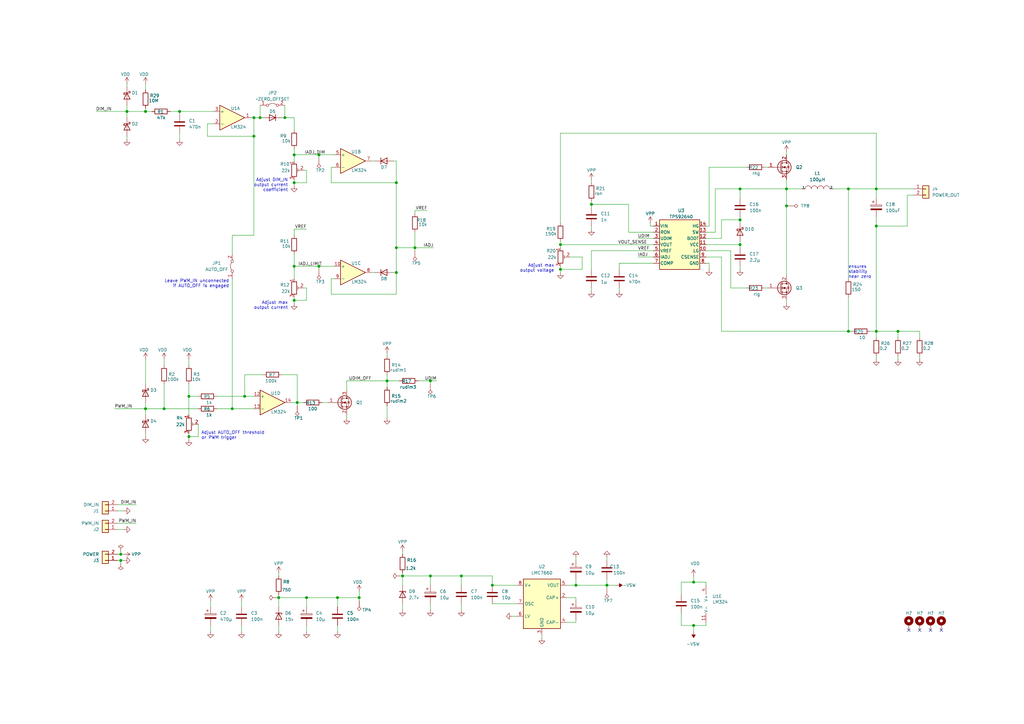
<source format=kicad_sch>
(kicad_sch (version 20210126) (generator eeschema)
  (paper "A3")
  (title_block (title "dimmable_psu"))
  (junction (at 49.53 227.33) (diameter 1.016))
  (junction (at 49.53 229.87) (diameter 1.016))
  (junction (at 52.07 45.72) (diameter 1.016))
  (junction (at 59.69 45.72) (diameter 1.016))
  (junction (at 59.69 167.64) (diameter 1.016))
  (junction (at 67.31 167.64) (diameter 1.016))
  (junction (at 73.66 45.72) (diameter 1.016))
  (junction (at 77.47 162.56) (diameter 1.016))
  (junction (at 77.47 179.07) (diameter 1.016))
  (junction (at 95.25 167.64) (diameter 1.016))
  (junction (at 100.33 162.56) (diameter 1.016))
  (junction (at 104.14 48.26) (diameter 1.016))
  (junction (at 104.14 55.88) (diameter 1.016))
  (junction (at 106.68 48.26) (diameter 1.016))
  (junction (at 114.3 245.11) (diameter 1.016))
  (junction (at 116.84 48.26) (diameter 1.016))
  (junction (at 120.65 63.5) (diameter 1.016))
  (junction (at 120.65 74.93) (diameter 1.016))
  (junction (at 120.65 109.22) (diameter 1.016))
  (junction (at 120.65 123.19) (diameter 1.016))
  (junction (at 121.92 165.1) (diameter 1.016))
  (junction (at 125.73 245.11) (diameter 1.016))
  (junction (at 130.81 63.5) (diameter 1.016))
  (junction (at 130.81 109.22) (diameter 1.016))
  (junction (at 138.43 245.11) (diameter 1.016))
  (junction (at 147.32 245.11) (diameter 1.016))
  (junction (at 158.75 156.21) (diameter 1.016))
  (junction (at 162.56 74.93) (diameter 1.016))
  (junction (at 162.56 101.6) (diameter 1.016))
  (junction (at 162.56 111.76) (diameter 1.016))
  (junction (at 165.1 236.22) (diameter 1.016))
  (junction (at 170.18 101.6) (diameter 1.016))
  (junction (at 176.53 156.21) (diameter 1.016))
  (junction (at 176.53 236.22) (diameter 1.016))
  (junction (at 189.23 236.22) (diameter 1.016))
  (junction (at 201.93 240.03) (diameter 1.016))
  (junction (at 229.87 100.33) (diameter 1.016))
  (junction (at 229.87 110.49) (diameter 1.016))
  (junction (at 236.22 240.03) (diameter 1.016))
  (junction (at 242.57 83.82) (diameter 1.016))
  (junction (at 248.92 240.03) (diameter 1.016))
  (junction (at 284.48 238.76) (diameter 1.016))
  (junction (at 284.48 256.54) (diameter 1.016))
  (junction (at 303.53 77.47) (diameter 1.016))
  (junction (at 303.53 90.17) (diameter 1.016))
  (junction (at 303.53 100.33) (diameter 1.016))
  (junction (at 322.58 77.47) (diameter 1.016))
  (junction (at 322.58 84.455) (diameter 1.016))
  (junction (at 347.98 77.47) (diameter 1.016))
  (junction (at 347.98 135.89) (diameter 1.016))
  (junction (at 359.41 77.47) (diameter 1.016))
  (junction (at 359.41 92.71) (diameter 1.016))
  (junction (at 359.41 135.89) (diameter 1.016))
  (junction (at 368.3 135.89) (diameter 1.016))
  (no_connect (at 372.745 258.445))
  (no_connect (at 377.19 258.445))
  (no_connect (at 381.635 258.445))
  (no_connect (at 386.08 258.445))
  (wire (pts (xy 39.37 45.72) (xy 52.07 45.72)))
  (wire (pts (xy 46.99 167.64) (xy 59.69 167.64)))
  (wire (pts (xy 48.26 207.01) (xy 55.88 207.01)))
  (wire (pts (xy 48.26 209.55) (xy 50.8 209.55)))
  (wire (pts (xy 48.26 214.63) (xy 55.88 214.63)))
  (wire (pts (xy 48.26 217.17) (xy 50.8 217.17)))
  (wire (pts (xy 48.26 227.33) (xy 49.53 227.33)))
  (wire (pts (xy 48.26 229.87) (xy 49.53 229.87)))
  (wire (pts (xy 49.53 226.06) (xy 49.53 227.33)))
  (wire (pts (xy 49.53 227.33) (xy 50.8 227.33)))
  (wire (pts (xy 49.53 229.87) (xy 49.53 231.14)))
  (wire (pts (xy 49.53 229.87) (xy 50.8 229.87)))
  (wire (pts (xy 52.07 35.56) (xy 52.07 34.29)))
  (wire (pts (xy 52.07 45.72) (xy 52.07 43.18)))
  (wire (pts (xy 52.07 45.72) (xy 52.07 48.26)))
  (wire (pts (xy 52.07 45.72) (xy 59.69 45.72)))
  (wire (pts (xy 52.07 55.88) (xy 52.07 57.15)))
  (wire (pts (xy 59.69 34.29) (xy 59.69 36.83)))
  (wire (pts (xy 59.69 44.45) (xy 59.69 45.72)))
  (wire (pts (xy 59.69 45.72) (xy 62.23 45.72)))
  (wire (pts (xy 59.69 157.48) (xy 59.69 147.32)))
  (wire (pts (xy 59.69 167.64) (xy 59.69 165.1)))
  (wire (pts (xy 59.69 167.64) (xy 59.69 170.18)))
  (wire (pts (xy 59.69 167.64) (xy 67.31 167.64)))
  (wire (pts (xy 59.69 177.8) (xy 59.69 179.07)))
  (wire (pts (xy 67.31 147.32) (xy 67.31 149.86)))
  (wire (pts (xy 67.31 157.48) (xy 67.31 167.64)))
  (wire (pts (xy 67.31 167.64) (xy 81.28 167.64)))
  (wire (pts (xy 69.85 45.72) (xy 73.66 45.72)))
  (wire (pts (xy 73.66 45.72) (xy 73.66 46.99)))
  (wire (pts (xy 73.66 45.72) (xy 87.63 45.72)))
  (wire (pts (xy 73.66 54.61) (xy 73.66 57.15)))
  (wire (pts (xy 77.47 147.32) (xy 77.47 149.86)))
  (wire (pts (xy 77.47 157.48) (xy 77.47 162.56)))
  (wire (pts (xy 77.47 162.56) (xy 77.47 170.18)))
  (wire (pts (xy 77.47 162.56) (xy 81.28 162.56)))
  (wire (pts (xy 77.47 179.07) (xy 77.47 177.8)))
  (wire (pts (xy 77.47 179.07) (xy 77.47 180.34)))
  (wire (pts (xy 81.28 173.99) (xy 81.28 179.07)))
  (wire (pts (xy 81.28 179.07) (xy 77.47 179.07)))
  (wire (pts (xy 85.09 50.8) (xy 85.09 55.88)))
  (wire (pts (xy 85.09 50.8) (xy 87.63 50.8)))
  (wire (pts (xy 85.09 55.88) (xy 104.14 55.88)))
  (wire (pts (xy 86.36 246.38) (xy 86.36 248.92)))
  (wire (pts (xy 86.36 256.54) (xy 86.36 259.08)))
  (wire (pts (xy 88.9 162.56) (xy 100.33 162.56)))
  (wire (pts (xy 88.9 167.64) (xy 95.25 167.64)))
  (wire (pts (xy 95.25 96.52) (xy 95.25 104.14)))
  (wire (pts (xy 95.25 114.3) (xy 95.25 167.64)))
  (wire (pts (xy 95.25 167.64) (xy 104.14 167.64)))
  (wire (pts (xy 99.06 246.38) (xy 99.06 248.92)))
  (wire (pts (xy 99.06 256.54) (xy 99.06 259.08)))
  (wire (pts (xy 100.33 153.67) (xy 100.33 162.56)))
  (wire (pts (xy 100.33 162.56) (xy 104.14 162.56)))
  (wire (pts (xy 104.14 48.26) (xy 102.87 48.26)))
  (wire (pts (xy 104.14 48.26) (xy 106.68 48.26)))
  (wire (pts (xy 104.14 55.88) (xy 104.14 48.26)))
  (wire (pts (xy 104.14 55.88) (xy 104.14 96.52)))
  (wire (pts (xy 104.14 96.52) (xy 95.25 96.52)))
  (wire (pts (xy 106.68 43.18) (xy 106.68 48.26)))
  (wire (pts (xy 106.68 48.26) (xy 107.95 48.26)))
  (wire (pts (xy 107.95 153.67) (xy 100.33 153.67)))
  (wire (pts (xy 113.03 245.11) (xy 114.3 245.11)))
  (wire (pts (xy 114.3 234.95) (xy 114.3 236.22)))
  (wire (pts (xy 114.3 245.11) (xy 114.3 243.84)))
  (wire (pts (xy 114.3 245.11) (xy 114.3 248.92)))
  (wire (pts (xy 114.3 256.54) (xy 114.3 259.08)))
  (wire (pts (xy 115.57 48.26) (xy 116.84 48.26)))
  (wire (pts (xy 115.57 153.67) (xy 121.92 153.67)))
  (wire (pts (xy 116.84 43.18) (xy 116.84 48.26)))
  (wire (pts (xy 116.84 48.26) (xy 120.65 48.26)))
  (wire (pts (xy 120.65 53.34) (xy 120.65 48.26)))
  (wire (pts (xy 120.65 60.96) (xy 120.65 63.5)))
  (wire (pts (xy 120.65 63.5) (xy 120.65 66.04)))
  (wire (pts (xy 120.65 63.5) (xy 130.81 63.5)))
  (wire (pts (xy 120.65 74.93) (xy 120.65 73.66)))
  (wire (pts (xy 120.65 74.93) (xy 120.65 76.2)))
  (wire (pts (xy 120.65 93.98) (xy 125.73 93.98)))
  (wire (pts (xy 120.65 96.52) (xy 120.65 93.98)))
  (wire (pts (xy 120.65 104.14) (xy 120.65 109.22)))
  (wire (pts (xy 120.65 109.22) (xy 120.65 114.3)))
  (wire (pts (xy 120.65 109.22) (xy 130.81 109.22)))
  (wire (pts (xy 120.65 123.19) (xy 120.65 121.92)))
  (wire (pts (xy 120.65 123.19) (xy 120.65 124.46)))
  (wire (pts (xy 121.92 153.67) (xy 121.92 165.1)))
  (wire (pts (xy 121.92 165.1) (xy 119.38 165.1)))
  (wire (pts (xy 121.92 165.1) (xy 121.92 166.37)))
  (wire (pts (xy 121.92 165.1) (xy 124.46 165.1)))
  (wire (pts (xy 124.46 118.11) (xy 125.73 118.11)))
  (wire (pts (xy 125.73 69.85) (xy 124.46 69.85)))
  (wire (pts (xy 125.73 69.85) (xy 125.73 74.93)))
  (wire (pts (xy 125.73 74.93) (xy 120.65 74.93)))
  (wire (pts (xy 125.73 118.11) (xy 125.73 123.19)))
  (wire (pts (xy 125.73 123.19) (xy 120.65 123.19)))
  (wire (pts (xy 125.73 245.11) (xy 114.3 245.11)))
  (wire (pts (xy 125.73 245.11) (xy 125.73 248.92)))
  (wire (pts (xy 125.73 256.54) (xy 125.73 259.08)))
  (wire (pts (xy 130.81 63.5) (xy 130.81 64.77)))
  (wire (pts (xy 130.81 63.5) (xy 137.16 63.5)))
  (wire (pts (xy 130.81 109.22) (xy 130.81 110.49)))
  (wire (pts (xy 130.81 109.22) (xy 137.16 109.22)))
  (wire (pts (xy 132.08 165.1) (xy 134.62 165.1)))
  (wire (pts (xy 135.89 68.58) (xy 137.16 68.58)))
  (wire (pts (xy 135.89 74.93) (xy 135.89 68.58)))
  (wire (pts (xy 135.89 114.3) (xy 137.16 114.3)))
  (wire (pts (xy 135.89 120.65) (xy 135.89 114.3)))
  (wire (pts (xy 138.43 245.11) (xy 125.73 245.11)))
  (wire (pts (xy 138.43 245.11) (xy 138.43 248.92)))
  (wire (pts (xy 138.43 256.54) (xy 138.43 259.08)))
  (wire (pts (xy 142.24 156.21) (xy 142.24 160.02)))
  (wire (pts (xy 142.24 170.18) (xy 142.24 171.45)))
  (wire (pts (xy 147.32 242.57) (xy 147.32 245.11)))
  (wire (pts (xy 147.32 245.11) (xy 138.43 245.11)))
  (wire (pts (xy 147.32 245.11) (xy 147.32 246.38)))
  (wire (pts (xy 152.4 66.04) (xy 153.67 66.04)))
  (wire (pts (xy 152.4 111.76) (xy 153.67 111.76)))
  (wire (pts (xy 158.75 144.78) (xy 158.75 146.05)))
  (wire (pts (xy 158.75 153.67) (xy 158.75 156.21)))
  (wire (pts (xy 158.75 156.21) (xy 142.24 156.21)))
  (wire (pts (xy 158.75 156.21) (xy 158.75 158.75)))
  (wire (pts (xy 158.75 156.21) (xy 163.83 156.21)))
  (wire (pts (xy 158.75 166.37) (xy 158.75 171.45)))
  (wire (pts (xy 161.29 66.04) (xy 162.56 66.04)))
  (wire (pts (xy 161.29 111.76) (xy 162.56 111.76)))
  (wire (pts (xy 162.56 66.04) (xy 162.56 74.93)))
  (wire (pts (xy 162.56 74.93) (xy 135.89 74.93)))
  (wire (pts (xy 162.56 74.93) (xy 162.56 101.6)))
  (wire (pts (xy 162.56 101.6) (xy 162.56 111.76)))
  (wire (pts (xy 162.56 111.76) (xy 162.56 120.65)))
  (wire (pts (xy 162.56 120.65) (xy 135.89 120.65)))
  (wire (pts (xy 163.83 236.22) (xy 165.1 236.22)))
  (wire (pts (xy 165.1 226.06) (xy 165.1 227.33)))
  (wire (pts (xy 165.1 236.22) (xy 165.1 234.95)))
  (wire (pts (xy 165.1 236.22) (xy 165.1 240.03)))
  (wire (pts (xy 165.1 247.65) (xy 165.1 250.19)))
  (wire (pts (xy 170.18 86.36) (xy 175.26 86.36)))
  (wire (pts (xy 170.18 87.63) (xy 170.18 86.36)))
  (wire (pts (xy 170.18 95.25) (xy 170.18 101.6)))
  (wire (pts (xy 170.18 101.6) (xy 162.56 101.6)))
  (wire (pts (xy 170.18 101.6) (xy 170.18 102.87)))
  (wire (pts (xy 170.18 101.6) (xy 177.8 101.6)))
  (wire (pts (xy 171.45 156.21) (xy 176.53 156.21)))
  (wire (pts (xy 176.53 156.21) (xy 176.53 157.48)))
  (wire (pts (xy 176.53 156.21) (xy 179.07 156.21)))
  (wire (pts (xy 176.53 236.22) (xy 165.1 236.22)))
  (wire (pts (xy 176.53 236.22) (xy 176.53 240.03)))
  (wire (pts (xy 176.53 247.65) (xy 176.53 250.19)))
  (wire (pts (xy 189.23 236.22) (xy 176.53 236.22)))
  (wire (pts (xy 189.23 236.22) (xy 189.23 240.03)))
  (wire (pts (xy 189.23 236.22) (xy 201.93 236.22)))
  (wire (pts (xy 189.23 247.65) (xy 189.23 250.19)))
  (wire (pts (xy 201.93 236.22) (xy 201.93 240.03)))
  (wire (pts (xy 201.93 240.03) (xy 212.09 240.03)))
  (wire (pts (xy 201.93 247.65) (xy 212.09 247.65)))
  (wire (pts (xy 210.185 252.73) (xy 212.09 252.73)))
  (wire (pts (xy 222.25 260.35) (xy 222.25 261.62)))
  (wire (pts (xy 229.87 54.61) (xy 229.87 91.44)))
  (wire (pts (xy 229.87 54.61) (xy 359.41 54.61)))
  (wire (pts (xy 229.87 100.33) (xy 229.87 99.06)))
  (wire (pts (xy 229.87 100.33) (xy 229.87 101.6)))
  (wire (pts (xy 229.87 109.22) (xy 229.87 110.49)))
  (wire (pts (xy 229.87 110.49) (xy 229.87 111.76)))
  (wire (pts (xy 229.87 110.49) (xy 238.76 110.49)))
  (wire (pts (xy 232.41 240.03) (xy 236.22 240.03)))
  (wire (pts (xy 232.41 255.27) (xy 236.22 255.27)))
  (wire (pts (xy 236.22 228.6) (xy 236.22 229.87)))
  (wire (pts (xy 236.22 240.03) (xy 236.22 237.49)))
  (wire (pts (xy 236.22 240.03) (xy 248.92 240.03)))
  (wire (pts (xy 236.22 245.11) (xy 232.41 245.11)))
  (wire (pts (xy 236.22 246.38) (xy 236.22 245.11)))
  (wire (pts (xy 236.22 255.27) (xy 236.22 254)))
  (wire (pts (xy 238.76 105.41) (xy 233.68 105.41)))
  (wire (pts (xy 238.76 110.49) (xy 238.76 105.41)))
  (wire (pts (xy 242.57 73.66) (xy 242.57 74.93)))
  (wire (pts (xy 242.57 82.55) (xy 242.57 83.82)))
  (wire (pts (xy 242.57 83.82) (xy 242.57 85.09)))
  (wire (pts (xy 242.57 83.82) (xy 257.81 83.82)))
  (wire (pts (xy 242.57 92.71) (xy 242.57 93.98)))
  (wire (pts (xy 242.57 102.87) (xy 242.57 110.49)))
  (wire (pts (xy 242.57 102.87) (xy 267.97 102.87)))
  (wire (pts (xy 242.57 118.11) (xy 242.57 119.38)))
  (wire (pts (xy 248.92 229.87) (xy 248.92 228.6)))
  (wire (pts (xy 248.92 237.49) (xy 248.92 240.03)))
  (wire (pts (xy 248.92 240.03) (xy 248.92 241.3)))
  (wire (pts (xy 248.92 240.03) (xy 252.73 240.03)))
  (wire (pts (xy 254 107.95) (xy 254 110.49)))
  (wire (pts (xy 254 118.11) (xy 254 119.38)))
  (wire (pts (xy 257.81 83.82) (xy 257.81 95.25)))
  (wire (pts (xy 257.81 95.25) (xy 267.97 95.25)))
  (wire (pts (xy 261.62 97.79) (xy 267.97 97.79)))
  (wire (pts (xy 261.62 105.41) (xy 267.97 105.41)))
  (wire (pts (xy 266.7 91.44) (xy 266.7 92.71)))
  (wire (pts (xy 266.7 92.71) (xy 267.97 92.71)))
  (wire (pts (xy 267.97 100.33) (xy 229.87 100.33)))
  (wire (pts (xy 267.97 107.95) (xy 254 107.95)))
  (wire (pts (xy 279.4 238.76) (xy 284.48 238.76)))
  (wire (pts (xy 279.4 243.84) (xy 279.4 238.76)))
  (wire (pts (xy 279.4 256.54) (xy 279.4 251.46)))
  (wire (pts (xy 284.48 236.22) (xy 284.48 238.76)))
  (wire (pts (xy 284.48 238.76) (xy 289.56 238.76)))
  (wire (pts (xy 284.48 256.54) (xy 279.4 256.54)))
  (wire (pts (xy 284.48 256.54) (xy 284.48 259.08)))
  (wire (pts (xy 289.56 95.25) (xy 293.37 95.25)))
  (wire (pts (xy 289.56 97.79) (xy 295.91 97.79)))
  (wire (pts (xy 289.56 102.87) (xy 299.72 102.87)))
  (wire (pts (xy 289.56 238.76) (xy 289.56 240.03)))
  (wire (pts (xy 289.56 255.27) (xy 289.56 256.54)))
  (wire (pts (xy 289.56 256.54) (xy 284.48 256.54)))
  (wire (pts (xy 290.83 68.58) (xy 290.83 92.71)))
  (wire (pts (xy 290.83 92.71) (xy 289.56 92.71)))
  (wire (pts (xy 290.83 107.95) (xy 289.56 107.95)))
  (wire (pts (xy 290.83 110.49) (xy 290.83 107.95)))
  (wire (pts (xy 293.37 77.47) (xy 303.53 77.47)))
  (wire (pts (xy 293.37 95.25) (xy 293.37 77.47)))
  (wire (pts (xy 295.91 90.17) (xy 303.53 90.17)))
  (wire (pts (xy 295.91 97.79) (xy 295.91 90.17)))
  (wire (pts (xy 295.91 105.41) (xy 289.56 105.41)))
  (wire (pts (xy 295.91 135.89) (xy 295.91 105.41)))
  (wire (pts (xy 299.72 102.87) (xy 299.72 118.11)))
  (wire (pts (xy 299.72 118.11) (xy 306.07 118.11)))
  (wire (pts (xy 303.53 77.47) (xy 303.53 81.28)))
  (wire (pts (xy 303.53 77.47) (xy 322.58 77.47)))
  (wire (pts (xy 303.53 90.17) (xy 303.53 88.9)))
  (wire (pts (xy 303.53 90.17) (xy 303.53 91.44)))
  (wire (pts (xy 303.53 99.06) (xy 303.53 100.33)))
  (wire (pts (xy 303.53 100.33) (xy 289.56 100.33)))
  (wire (pts (xy 303.53 100.33) (xy 303.53 101.6)))
  (wire (pts (xy 303.53 109.22) (xy 303.53 110.49)))
  (wire (pts (xy 306.07 68.58) (xy 290.83 68.58)))
  (wire (pts (xy 313.69 68.58) (xy 314.96 68.58)))
  (wire (pts (xy 313.69 118.11) (xy 314.96 118.11)))
  (wire (pts (xy 322.58 62.23) (xy 322.58 63.5)))
  (wire (pts (xy 322.58 73.66) (xy 322.58 77.47)))
  (wire (pts (xy 322.58 77.47) (xy 322.58 84.455)))
  (wire (pts (xy 322.58 77.47) (xy 328.93 77.47)))
  (wire (pts (xy 322.58 84.455) (xy 322.58 113.03)))
  (wire (pts (xy 322.58 84.455) (xy 323.215 84.455)))
  (wire (pts (xy 322.58 123.19) (xy 322.58 124.46)))
  (wire (pts (xy 341.63 77.47) (xy 347.98 77.47)))
  (wire (pts (xy 347.98 77.47) (xy 347.98 114.3)))
  (wire (pts (xy 347.98 77.47) (xy 359.41 77.47)))
  (wire (pts (xy 347.98 121.92) (xy 347.98 135.89)))
  (wire (pts (xy 347.98 135.89) (xy 295.91 135.89)))
  (wire (pts (xy 349.25 135.89) (xy 347.98 135.89)))
  (wire (pts (xy 356.87 135.89) (xy 359.41 135.89)))
  (wire (pts (xy 359.41 77.47) (xy 359.41 54.61)))
  (wire (pts (xy 359.41 77.47) (xy 359.41 81.28)))
  (wire (pts (xy 359.41 77.47) (xy 374.65 77.47)))
  (wire (pts (xy 359.41 88.9) (xy 359.41 92.71)))
  (wire (pts (xy 359.41 92.71) (xy 359.41 135.89)))
  (wire (pts (xy 359.41 135.89) (xy 359.41 138.43)))
  (wire (pts (xy 359.41 146.05) (xy 359.41 147.32)))
  (wire (pts (xy 368.3 135.89) (xy 359.41 135.89)))
  (wire (pts (xy 368.3 138.43) (xy 368.3 135.89)))
  (wire (pts (xy 368.3 146.05) (xy 368.3 147.32)))
  (wire (pts (xy 372.11 80.01) (xy 372.11 92.71)))
  (wire (pts (xy 372.11 92.71) (xy 359.41 92.71)))
  (wire (pts (xy 374.65 80.01) (xy 372.11 80.01)))
  (wire (pts (xy 377.19 135.89) (xy 368.3 135.89)))
  (wire (pts (xy 377.19 138.43) (xy 377.19 135.89)))
  (wire (pts (xy 377.19 146.05) (xy 377.19 147.32)))
  (text "Adjust AUTO_OFF threshold\nor PWM trigger" (at 82.55 180.34 0) (effects (font (size 1.27 1.27)) (justify left bottom)))
  (text "Leave PWM_IN unconnected\nif AUTO_OFF is engaged" (at 93.98 118.11 180) (effects (font (size 1.27 1.27)) (justify right bottom)))
  (text "Adjust DIM_IN\noutput current\ncoefficient" (at 118.11 78.74 180) (effects (font (size 1.27 1.27)) (justify right bottom)))
  (text "Adjust max\noutput current" (at 118.11 127 180) (effects (font (size 1.27 1.27)) (justify right bottom)))
  (text "Adjust max\noutput voltage" (at 227.33 111.76 180) (effects (font (size 1.27 1.27)) (justify right bottom)))
  (text "ensures\nstability\nnear zero" (at 347.98 114.3 0) (effects (font (size 1.27 1.27)) (justify left bottom)))
  (label "DIM_IN" (at 39.37 45.72 0))
  (label "PWM_IN" (at 46.99 167.64 0))
  (label "DIM_IN" (at 55.88 207.01 180))
  (label "PWM_IN" (at 55.88 214.63 180))
  (label "VREF" (at 125.73 93.98 180))
  (label "IADJ_LIMIT" (at 132.08 109.22 180))
  (label "IADJ_DIM" (at 133.35 63.5 180))
  (label "UDIM_OFF" (at 152.4 156.21 180))
  (label "VREF" (at 175.26 86.36 180))
  (label "IADJ" (at 177.8 101.6 180))
  (label "UDIM" (at 179.07 156.21 180))
  (label "UDIM" (at 261.62 97.79 0))
  (label "VREF" (at 261.62 102.87 0))
  (label "IADJ" (at 261.62 105.41 0))
  (label "VOUT_SENSE" (at 265.43 100.33 180))
  (symbol (lib_id "power:PWR_FLAG") (at 49.53 226.06 0) (unit 1)
    (property "Reference" "#FLG01" (effects hide))
    (property "Value" "PWR_FLAG" (effects hide))
  )
  (symbol (lib_id "power:PWR_FLAG") (at 49.53 231.14 180) (unit 1)
    (property "Reference" "#FLG02" (effects hide))
    (property "Value" "PWR_FLAG" (effects hide))
  )
  (symbol (lib_id "power:PWR_FLAG") (at 113.03 245.11 90) (unit 1)
    (property "Reference" "#FLG03" (effects hide))
    (property "Value" "PWR_FLAG" (effects hide))
  )
  (symbol (lib_id "power:PWR_FLAG") (at 163.83 236.22 90) (unit 1)
    (property "Reference" "#FLG04" (effects hide))
    (property "Value" "PWR_FLAG" (effects hide))
  )
  (symbol (lib_id "Connector:TestPoint_Alt") (at 121.92 166.37 180) (unit 1)
    (property "Reference" "TP1" (at 120.65 171.45 0) (effects (justify right)))
    (property "Value" "TestPoint" (effects hide))
    (property "Footprint" "TestPoint:TestPoint_THTPad_D2.0mm_Drill1.0mm" (effects hide))
  )
  (symbol (lib_id "Connector:TestPoint_Alt") (at 130.81 64.77 180) (unit 1)
    (property "Reference" "TP2" (at 129.54 69.85 0) (effects (justify right)))
    (property "Value" "TestPoint" (effects hide))
    (property "Footprint" "TestPoint:TestPoint_THTPad_D2.0mm_Drill1.0mm" (effects hide))
  )
  (symbol (lib_id "Connector:TestPoint_Alt") (at 130.81 110.49 180) (unit 1)
    (property "Reference" "TP3" (at 129.54 115.57 0) (effects (justify right)))
    (property "Value" "TestPoint" (effects hide))
    (property "Footprint" "TestPoint:TestPoint_THTPad_D2.0mm_Drill1.0mm" (effects hide))
  )
  (symbol (lib_id "Connector:TestPoint_Alt") (at 147.32 246.38 180) (unit 1)
    (property "Reference" "TP4" (at 148.59 250.19 0) (effects (justify right)))
    (property "Value" "TestPoint" (effects hide))
    (property "Footprint" "TestPoint:TestPoint_THTPad_D2.0mm_Drill1.0mm" (effects hide))
  )
  (symbol (lib_id "Connector:TestPoint_Alt") (at 170.18 102.87 180) (unit 1)
    (property "Reference" "TP5" (at 168.91 107.95 0) (effects (justify right)))
    (property "Value" "TestPoint" (effects hide))
    (property "Footprint" "TestPoint:TestPoint_THTPad_D2.0mm_Drill1.0mm" (effects hide))
  )
  (symbol (lib_id "Connector:TestPoint_Alt") (at 176.53 157.48 180) (unit 1)
    (property "Reference" "TP6" (at 175.26 162.56 0) (effects (justify right)))
    (property "Value" "TestPoint" (effects hide))
    (property "Footprint" "TestPoint:TestPoint_THTPad_D2.0mm_Drill1.0mm" (effects hide))
  )
  (symbol (lib_id "Connector:TestPoint_Alt") (at 248.92 241.3 180) (unit 1)
    (property "Reference" "TP7" (at 247.65 246.38 0) (effects (justify right)))
    (property "Value" "TestPoint" (effects hide))
    (property "Footprint" "TestPoint:TestPoint_THTPad_D2.0mm_Drill1.0mm" (effects hide))
  )
  (symbol (lib_id "Connector:TestPoint_Alt") (at 323.215 84.455 270) (unit 1)
    (property "Reference" "TP8" (at 332.105 84.455 90) (effects (justify right)))
    (property "Value" "TestPoint" (effects hide))
    (property "Footprint" "TestPoint:TestPoint_THTPad_D2.0mm_Drill1.0mm" (effects hide))
  )
  (symbol (lib_id "power:VPP") (at 50.8 227.33 270) (unit 1)
    (property "Reference" "#PWR03" (effects hide))
    (property "Value" "VPP" (at 55.88 227.33 90))
  )
  (symbol (lib_id "power:VDD") (at 52.07 34.29 0) (unit 1)
    (property "Reference" "#PWR05" (effects hide))
    (property "Value" "VDD" (at 51.435 30.48 0))
  )
  (symbol (lib_id "power:VDD") (at 59.69 34.29 0) (unit 1)
    (property "Reference" "#PWR0101" (effects hide))
    (property "Value" "VDD" (at 59.055 30.48 0))
  )
  (symbol (lib_id "power:VDD") (at 59.69 147.32 0) (unit 1)
    (property "Reference" "#PWR07" (effects hide))
    (property "Value" "VDD" (at 59.055 143.51 0))
  )
  (symbol (lib_id "power:VDD") (at 67.31 147.32 0) (unit 1)
    (property "Reference" "#PWR09" (effects hide))
    (property "Value" "VDD" (at 66.675 143.51 0))
  )
  (symbol (lib_id "power:VDD") (at 77.47 147.32 0) (unit 1)
    (property "Reference" "#PWR011" (effects hide))
    (property "Value" "VDD" (at 76.835 143.51 0))
  )
  (symbol (lib_id "power:VPP") (at 86.36 246.38 0) (unit 1)
    (property "Reference" "#PWR013" (effects hide))
    (property "Value" "VPP" (at 86.36 242.57 0))
  )
  (symbol (lib_id "power:VPP") (at 99.06 246.38 0) (unit 1)
    (property "Reference" "#PWR015" (effects hide))
    (property "Value" "VPP" (at 99.06 242.57 0))
  )
  (symbol (lib_id "power:VPP") (at 114.3 234.95 0) (unit 1)
    (property "Reference" "#PWR017" (effects hide))
    (property "Value" "VPP" (at 114.3 231.14 0))
  )
  (symbol (lib_id "power:VDD") (at 147.32 242.57 0) (unit 1)
    (property "Reference" "#PWR024" (effects hide))
    (property "Value" "VDD" (at 146.685 238.76 0))
  )
  (symbol (lib_id "power:VPP") (at 158.75 144.78 0) (unit 1)
    (property "Reference" "#PWR025" (effects hide))
    (property "Value" "VPP" (at 158.75 140.97 0))
  )
  (symbol (lib_id "power:VPP") (at 165.1 226.06 0) (unit 1)
    (property "Reference" "#PWR027" (effects hide))
    (property "Value" "VPP" (at 165.1 222.25 0))
  )
  (symbol (lib_id "power:VPP") (at 242.57 73.66 0) (unit 1)
    (property "Reference" "#PWR034" (effects hide))
    (property "Value" "VPP" (at 242.57 69.85 0))
  )
  (symbol (lib_id "power:-VSW") (at 252.73 240.03 270) (unit 1)
    (property "Reference" "#PWR038" (effects hide))
    (property "Value" "-VSW" (at 255.27 240.03 90) (effects (justify left)))
  )
  (symbol (lib_id "power:VPP") (at 266.7 91.44 0) (unit 1)
    (property "Reference" "#PWR040" (effects hide))
    (property "Value" "VPP" (at 266.7 87.63 0))
  )
  (symbol (lib_id "power:VDD") (at 284.48 236.22 0) (unit 1)
    (property "Reference" "#PWR041" (effects hide))
    (property "Value" "VDD" (at 285.115 231.14 0))
  )
  (symbol (lib_id "power:-VSW") (at 284.48 259.08 180) (unit 1)
    (property "Reference" "#PWR042" (effects hide))
    (property "Value" "-VSW" (at 287.02 264.16 0) (effects (justify left)))
  )
  (symbol (lib_id "power:VPP") (at 322.58 62.23 0) (unit 1)
    (property "Reference" "#PWR045" (effects hide))
    (property "Value" "VPP" (at 322.58 58.42 0))
  )
  (symbol (lib_id "power:GND") (at 50.8 209.55 90) (unit 1)
    (property "Reference" "#PWR01" (effects hide))
    (property "Value" "GND" (effects hide))
  )
  (symbol (lib_id "power:GND") (at 50.8 217.17 90) (unit 1)
    (property "Reference" "#PWR02" (effects hide))
    (property "Value" "GND" (effects hide))
  )
  (symbol (lib_id "power:GND") (at 50.8 229.87 90) (unit 1)
    (property "Reference" "#PWR04" (effects hide))
    (property "Value" "GND" (effects hide))
  )
  (symbol (lib_id "power:GND") (at 52.07 57.15 0) (unit 1)
    (property "Reference" "#PWR06" (effects hide))
    (property "Value" "GND" (effects hide))
  )
  (symbol (lib_id "power:GND") (at 59.69 179.07 0) (unit 1)
    (property "Reference" "#PWR08" (effects hide))
    (property "Value" "GND" (effects hide))
  )
  (symbol (lib_id "power:GND") (at 73.66 57.15 0) (unit 1)
    (property "Reference" "#PWR010" (effects hide))
    (property "Value" "GND" (effects hide))
  )
  (symbol (lib_id "power:GND") (at 77.47 180.34 0) (unit 1)
    (property "Reference" "#PWR012" (effects hide))
    (property "Value" "GND" (effects hide))
  )
  (symbol (lib_id "power:GND") (at 86.36 259.08 0) (unit 1)
    (property "Reference" "#PWR014" (effects hide))
    (property "Value" "GND" (effects hide))
  )
  (symbol (lib_id "power:GND") (at 99.06 259.08 0) (unit 1)
    (property "Reference" "#PWR016" (effects hide))
    (property "Value" "GND" (effects hide))
  )
  (symbol (lib_id "power:GND") (at 114.3 259.08 0) (unit 1)
    (property "Reference" "#PWR018" (effects hide))
    (property "Value" "GND" (effects hide))
  )
  (symbol (lib_id "power:GND") (at 120.65 76.2 0) (unit 1)
    (property "Reference" "#PWR019" (effects hide))
    (property "Value" "GND" (effects hide))
  )
  (symbol (lib_id "power:GND") (at 120.65 124.46 0) (unit 1)
    (property "Reference" "#PWR020" (effects hide))
    (property "Value" "GND" (effects hide))
  )
  (symbol (lib_id "power:GND") (at 125.73 259.08 0) (unit 1)
    (property "Reference" "#PWR021" (effects hide))
    (property "Value" "GND" (effects hide))
  )
  (symbol (lib_id "power:GND") (at 138.43 259.08 0) (unit 1)
    (property "Reference" "#PWR022" (effects hide))
    (property "Value" "GND" (effects hide))
  )
  (symbol (lib_id "power:GND") (at 142.24 171.45 0) (unit 1)
    (property "Reference" "#PWR023" (effects hide))
    (property "Value" "GND" (effects hide))
  )
  (symbol (lib_id "power:GND") (at 158.75 171.45 0) (unit 1)
    (property "Reference" "#PWR026" (effects hide))
    (property "Value" "GND" (effects hide))
  )
  (symbol (lib_id "power:GND") (at 165.1 250.19 0) (unit 1)
    (property "Reference" "#PWR028" (effects hide))
    (property "Value" "GND" (effects hide))
  )
  (symbol (lib_id "power:GND") (at 176.53 250.19 0) (unit 1)
    (property "Reference" "#PWR029" (effects hide))
    (property "Value" "GND" (effects hide))
  )
  (symbol (lib_id "power:GND") (at 189.23 250.19 0) (unit 1)
    (property "Reference" "#PWR030" (effects hide))
    (property "Value" "GND" (effects hide))
  )
  (symbol (lib_id "power:GND") (at 210.185 252.73 270) (unit 1)
    (property "Reference" "#PWR0102" (effects hide))
    (property "Value" "GND" (effects hide))
  )
  (symbol (lib_id "power:GND") (at 222.25 261.62 0) (unit 1)
    (property "Reference" "#PWR031" (effects hide))
    (property "Value" "GND" (effects hide))
  )
  (symbol (lib_id "power:GND") (at 229.87 111.76 0) (unit 1)
    (property "Reference" "#PWR032" (effects hide))
    (property "Value" "GND" (effects hide))
  )
  (symbol (lib_id "power:GND") (at 236.22 228.6 180) (unit 1)
    (property "Reference" "#PWR033" (effects hide))
    (property "Value" "GND" (effects hide))
  )
  (symbol (lib_id "power:GND") (at 242.57 93.98 0) (unit 1)
    (property "Reference" "#PWR035" (effects hide))
    (property "Value" "GND" (effects hide))
  )
  (symbol (lib_id "power:GND") (at 242.57 119.38 0) (unit 1)
    (property "Reference" "#PWR036" (effects hide))
    (property "Value" "GND" (effects hide))
  )
  (symbol (lib_id "power:GND") (at 248.92 228.6 180) (unit 1)
    (property "Reference" "#PWR037" (effects hide))
    (property "Value" "GND" (effects hide))
  )
  (symbol (lib_id "power:GND") (at 254 119.38 0) (unit 1)
    (property "Reference" "#PWR039" (effects hide))
    (property "Value" "GND" (effects hide))
  )
  (symbol (lib_id "power:GND") (at 290.83 110.49 0) (unit 1)
    (property "Reference" "#PWR043" (effects hide))
    (property "Value" "GND" (effects hide))
  )
  (symbol (lib_id "power:GND") (at 303.53 110.49 0) (unit 1)
    (property "Reference" "#PWR044" (effects hide))
    (property "Value" "GND" (effects hide))
  )
  (symbol (lib_id "power:GND") (at 322.58 124.46 0) (unit 1)
    (property "Reference" "#PWR046" (effects hide))
    (property "Value" "GND" (effects hide))
  )
  (symbol (lib_id "power:GND") (at 359.41 147.32 0) (unit 1)
    (property "Reference" "#PWR047" (effects hide))
    (property "Value" "GND" (effects hide))
  )
  (symbol (lib_id "power:GND") (at 368.3 147.32 0) (unit 1)
    (property "Reference" "#PWR048" (effects hide))
    (property "Value" "GND" (effects hide))
  )
  (symbol (lib_id "power:GND") (at 377.19 147.32 0) (unit 1)
    (property "Reference" "#PWR049" (effects hide))
    (property "Value" "GND" (effects hide))
  )
  (symbol (lib_id "Device:R") (at 59.69 40.64 0) (unit 1)
    (property "Reference" "R29" (at 61.468 39.243 0) (effects (justify left)))
    (property "Value" "10M" (at 60.96 41.275 0) (effects (justify left)))
    (property "Footprint" "Resistor_SMD:R_0805_2012Metric_Pad1.20x1.40mm_HandSolder" (effects hide))
  )
  (symbol (lib_id "Device:R") (at 66.04 45.72 90) (unit 1)
    (property "Reference" "R1" (at 67.183 45.847 90) (effects (justify left)))
    (property "Value" "47k" (at 67.945 48.26 90) (effects (justify left)))
    (property "Footprint" "Resistor_SMD:R_0805_2012Metric_Pad1.20x1.40mm_HandSolder" (effects hide))
  )
  (symbol (lib_id "Device:R") (at 67.31 153.67 0) (unit 1)
    (property "Reference" "R2" (at 69.088 153.543 0) (effects (justify left)))
    (property "Value" "100k" (at 68.58 155.575 0) (effects (justify left)))
    (property "Footprint" "Resistor_SMD:R_0805_2012Metric_Pad1.20x1.40mm_HandSolder" (effects hide))
  )
  (symbol (lib_id "Device:R") (at 77.47 153.67 0) (unit 1)
    (property "Reference" "R3" (at 79.248 153.543 0) (effects (justify left)))
    (property "Value" "10k" (at 78.74 155.575 0) (effects (justify left)))
    (property "Footprint" "Resistor_SMD:R_0805_2012Metric_Pad1.20x1.40mm_HandSolder" (effects hide))
  )
  (symbol (lib_id "Device:R") (at 85.09 162.56 90) (unit 1)
    (property "Reference" "R5" (at 86.233 162.687 90) (effects (justify left)))
    (property "Value" "1k" (at 86.995 165.1 90) (effects (justify left)))
    (property "Footprint" "Resistor_SMD:R_0805_2012Metric_Pad1.20x1.40mm_HandSolder" (effects hide))
  )
  (symbol (lib_id "Device:R") (at 85.09 167.64 90) (unit 1)
    (property "Reference" "R6" (at 86.233 167.767 90) (effects (justify left)))
    (property "Value" "1k" (at 86.995 170.18 90) (effects (justify left)))
    (property "Footprint" "Resistor_SMD:R_0805_2012Metric_Pad1.20x1.40mm_HandSolder" (effects hide))
  )
  (symbol (lib_id "Device:R") (at 111.76 153.67 90) (unit 1)
    (property "Reference" "R7" (at 112.903 153.797 90) (effects (justify left)))
    (property "Value" "100k" (at 113.665 156.21 90) (effects (justify left)))
    (property "Footprint" "Resistor_SMD:R_0805_2012Metric_Pad1.20x1.40mm_HandSolder" (effects hide))
  )
  (symbol (lib_id "Device:R") (at 114.3 240.03 0) (unit 1)
    (property "Reference" "R8" (at 116.078 238.633 0) (effects (justify left)))
    (property "Value" "750" (at 115.57 241.935 0) (effects (justify left)))
    (property "Footprint" "Resistor_THT:R_Axial_DIN0309_L9.0mm_D3.2mm_P12.70mm_Horizontal" (effects hide))
  )
  (symbol (lib_id "Device:R") (at 120.65 57.15 0) (unit 1)
    (property "Reference" "R9" (at 114.808 55.753 0) (effects (justify left)))
    (property "Value" "10k" (at 115.57 57.785 0) (effects (justify left)))
    (property "Footprint" "Resistor_SMD:R_0805_2012Metric_Pad1.20x1.40mm_HandSolder" (effects hide))
  )
  (symbol (lib_id "Device:R") (at 120.65 100.33 0) (unit 1)
    (property "Reference" "R11" (at 114.808 98.933 0) (effects (justify left)))
    (property "Value" "10k" (at 115.57 100.965 0) (effects (justify left)))
    (property "Footprint" "Resistor_SMD:R_0805_2012Metric_Pad1.20x1.40mm_HandSolder" (effects hide))
  )
  (symbol (lib_id "Device:R") (at 128.27 165.1 90) (unit 1)
    (property "Reference" "R13" (at 129.413 165.227 90) (effects (justify left)))
    (property "Value" "100" (at 130.175 167.64 90) (effects (justify left)))
    (property "Footprint" "Resistor_SMD:R_0805_2012Metric_Pad1.20x1.40mm_HandSolder" (effects hide))
  )
  (symbol (lib_id "Device:R") (at 158.75 149.86 0) (unit 1)
    (property "Reference" "R14" (at 160.528 149.733 0) (effects (justify left)))
    (property "Value" "rudim1" (at 160.02 151.765 0) (effects (justify left)))
    (property "Footprint" "Resistor_SMD:R_0805_2012Metric_Pad1.20x1.40mm_HandSolder" (effects hide))
  )
  (symbol (lib_id "Device:R") (at 158.75 162.56 0) (unit 1)
    (property "Reference" "R15" (at 160.528 162.433 0) (effects (justify left)))
    (property "Value" "rudim2" (at 160.02 164.465 0) (effects (justify left)))
    (property "Footprint" "Resistor_SMD:R_0805_2012Metric_Pad1.20x1.40mm_HandSolder" (effects hide))
  )
  (symbol (lib_id "Device:R") (at 165.1 231.14 0) (unit 1)
    (property "Reference" "R16" (at 166.878 229.743 0) (effects (justify left)))
    (property "Value" "1.2k" (at 166.37 233.045 0) (effects (justify left)))
    (property "Footprint" "Resistor_THT:R_Axial_DIN0309_L9.0mm_D3.2mm_P12.70mm_Horizontal" (effects hide))
  )
  (symbol (lib_id "Device:R") (at 167.64 156.21 90) (unit 1)
    (property "Reference" "R17" (at 168.783 156.337 90) (effects (justify left)))
    (property "Value" "rudim3" (at 170.815 158.75 90) (effects (justify left)))
    (property "Footprint" "Resistor_SMD:R_0805_2012Metric_Pad1.20x1.40mm_HandSolder" (effects hide))
  )
  (symbol (lib_id "Device:R") (at 170.18 91.44 180) (unit 1)
    (property "Reference" "R18" (at 174.752 90.297 0) (effects (justify left)))
    (property "Value" "10k" (at 175.26 92.075 0) (effects (justify left)))
    (property "Footprint" "Resistor_SMD:R_0805_2012Metric_Pad1.20x1.40mm_HandSolder" (effects hide))
  )
  (symbol (lib_id "Device:R") (at 229.87 95.25 0) (unit 1)
    (property "Reference" "R19" (at 224.028 93.853 0) (effects (justify left)))
    (property "Value" "150k" (at 223.52 95.885 0) (effects (justify left)))
    (property "Footprint" "Resistor_SMD:R_0805_2012Metric_Pad1.20x1.40mm_HandSolder" (effects hide))
  )
  (symbol (lib_id "Device:R") (at 242.57 78.74 0) (unit 1)
    (property "Reference" "R21" (at 244.348 77.343 0) (effects (justify left)))
    (property "Value" "ron" (at 243.84 79.375 0) (effects (justify left)))
    (property "Footprint" "Resistor_SMD:R_0805_2012Metric_Pad1.20x1.40mm_HandSolder" (effects hide))
  )
  (symbol (lib_id "Device:R") (at 309.88 68.58 90) (unit 1)
    (property "Reference" "R22" (at 311.023 68.707 90) (effects (justify left)))
    (property "Value" "rhg" (at 311.785 71.12 90) (effects (justify left)))
    (property "Footprint" "Resistor_SMD:R_0805_2012Metric_Pad1.20x1.40mm_HandSolder" (effects hide))
  )
  (symbol (lib_id "Device:R") (at 309.88 118.11 90) (unit 1)
    (property "Reference" "R23" (at 311.023 118.237 90) (effects (justify left)))
    (property "Value" "rlg" (at 311.785 120.65 90) (effects (justify left)))
    (property "Footprint" "Resistor_SMD:R_0805_2012Metric_Pad1.20x1.40mm_HandSolder" (effects hide))
  )
  (symbol (lib_id "Device:R") (at 347.98 118.11 0) (unit 1)
    (property "Reference" "R24" (at 349.758 116.713 0) (effects (justify left)))
    (property "Value" "150" (at 349.25 118.745 0) (effects (justify left)))
    (property "Footprint" "Resistor_THT:R_Axial_DIN0309_L9.0mm_D3.2mm_P12.70mm_Horizontal" (effects hide))
  )
  (symbol (lib_id "Device:R") (at 353.06 135.89 90) (unit 1)
    (property "Reference" "R25" (at 354.203 136.017 90) (effects (justify left)))
    (property "Value" "10" (at 354.965 138.43 90) (effects (justify left)))
    (property "Footprint" "Resistor_THT:R_Axial_DIN0309_L9.0mm_D3.2mm_P12.70mm_Horizontal" (effects hide))
  )
  (symbol (lib_id "Device:R") (at 359.41 142.24 0) (unit 1)
    (property "Reference" "R26" (at 361.188 140.843 0) (effects (justify left)))
    (property "Value" "0.2" (at 360.68 142.875 0) (effects (justify left)))
    (property "Footprint" "Resistor_THT:R_Axial_DIN0309_L9.0mm_D3.2mm_P12.70mm_Horizontal" (effects hide))
  )
  (symbol (lib_id "Device:R") (at 368.3 142.24 0) (unit 1)
    (property "Reference" "R27" (at 370.078 140.843 0) (effects (justify left)))
    (property "Value" "0.2" (at 369.57 142.875 0) (effects (justify left)))
    (property "Footprint" "Resistor_THT:R_Axial_DIN0309_L9.0mm_D3.2mm_P12.70mm_Horizontal" (effects hide))
  )
  (symbol (lib_id "Device:R") (at 377.19 142.24 0) (unit 1)
    (property "Reference" "R28" (at 378.968 140.843 0) (effects (justify left)))
    (property "Value" "0.2" (at 378.46 142.875 0) (effects (justify left)))
    (property "Footprint" "Resistor_THT:R_Axial_DIN0309_L9.0mm_D3.2mm_P12.70mm_Horizontal" (effects hide))
  )
  (symbol (lib_id "pspice:INDUCTOR") (at 335.28 77.47 0) (unit 1)
    (property "Reference" "L1" (at 335.28 71.12 0))
    (property "Value" "100µH" (at 335.28 73.66 0))
    (property "Footprint" "inductors:L_Bourns_SRR1770" (effects hide))
    (property "shop" "https://bg.farnell.com/bourns/srp1770ta-101m/inductor-100uh-5-3a-20-shielded/dp/2493853RL" (effects hide))
  )
  (symbol (lib_id "Mechanical:MountingHole_Pad") (at 372.745 255.905 0) (unit 1)
    (property "Reference" "H?" (at 371.475 251.46 0) (effects (justify left)))
    (property "Value" "MountingHole_Pad" (effects hide))
    (property "Footprint" "MountingHole:MountingHole_3.2mm_M3_Pad" (effects hide))
  )
  (symbol (lib_id "Mechanical:MountingHole_Pad") (at 377.19 255.905 0) (unit 1)
    (property "Reference" "H?" (at 375.92 251.46 0) (effects (justify left)))
    (property "Value" "MountingHole_Pad" (effects hide))
    (property "Footprint" "MountingHole:MountingHole_3.2mm_M3_Pad" (effects hide))
  )
  (symbol (lib_id "Mechanical:MountingHole_Pad") (at 381.635 255.905 0) (unit 1)
    (property "Reference" "H?" (at 380.365 251.46 0) (effects (justify left)))
    (property "Value" "MountingHole_Pad" (effects hide))
    (property "Footprint" "MountingHole:MountingHole_3.2mm_M3_Pad" (effects hide))
  )
  (symbol (lib_id "Mechanical:MountingHole_Pad") (at 386.08 255.905 0) (unit 1)
    (property "Reference" "H?" (at 384.81 251.46 0) (effects (justify left)))
    (property "Value" "MountingHole_Pad" (effects hide))
    (property "Footprint" "MountingHole:MountingHole_3.2mm_M3_Pad" (effects hide))
  )
  (symbol (lib_id "Device:D_Schottky") (at 52.07 39.37 270) (unit 1)
    (property "Reference" "D1" (at 53.975 38.1 90) (effects (justify left)))
    (property "Value" "D_Schottky_Trans" (effects hide))
    (property "Footprint" "Diode_SMD:D_SOD-123" (effects hide))
  )
  (symbol (lib_id "Device:D_Schottky") (at 52.07 52.07 270) (unit 1)
    (property "Reference" "D2" (at 53.975 50.8 90) (effects (justify left)))
    (property "Value" "D_Schottky_Trans" (effects hide))
    (property "Footprint" "Diode_SMD:D_SOD-123" (effects hide))
  )
  (symbol (lib_id "Device:D_Schottky") (at 59.69 161.29 270) (unit 1)
    (property "Reference" "D3" (at 61.595 160.02 90) (effects (justify left)))
    (property "Value" "D_Schottky_Trans" (effects hide))
    (property "Footprint" "Diode_SMD:D_SOD-123" (effects hide))
  )
  (symbol (lib_id "Device:D_Schottky") (at 59.69 173.99 270) (unit 1)
    (property "Reference" "D4" (at 61.595 172.72 90) (effects (justify left)))
    (property "Value" "D_Schottky_Trans" (effects hide))
    (property "Footprint" "Diode_SMD:D_SOD-123" (effects hide))
  )
  (symbol (lib_id "Device:D") (at 111.76 48.26 180) (unit 1)
    (property "Reference" "D5" (at 111.76 45.72 0))
    (property "Value" "D" (effects hide))
    (property "Footprint" "Diode_SMD:D_SOD-123" (effects hide))
  )
  (symbol (lib_id "Device:D_Zener") (at 114.3 252.73 270) (unit 1)
    (property "Reference" "D6" (at 116.84 251.46 90) (effects (justify left)))
    (property "Value" "15v" (at 116.84 254 90) (effects (justify left)))
    (property "Footprint" "Diode_THT:D_DO-15_P12.70mm_Horizontal" (effects hide))
  )
  (symbol (lib_id "Device:D") (at 157.48 66.04 0) (unit 1)
    (property "Reference" "D7" (at 157.48 68.58 0))
    (property "Value" "D" (effects hide))
    (property "Footprint" "Diode_SMD:D_SOD-123" (effects hide))
  )
  (symbol (lib_id "Device:D") (at 157.48 111.76 0) (unit 1)
    (property "Reference" "D8" (at 157.48 114.3 0))
    (property "Value" "D" (effects hide))
    (property "Footprint" "Diode_SMD:D_SOD-123" (effects hide))
  )
  (symbol (lib_id "Device:D_Zener") (at 165.1 243.84 270) (unit 1)
    (property "Reference" "D9" (at 167.64 242.57 90) (effects (justify left)))
    (property "Value" "2.7v" (at 167.64 245.11 90) (effects (justify left)))
    (property "Footprint" "Diode_THT:D_DO-15_P12.70mm_Horizontal" (effects hide))
  )
  (symbol (lib_id "Device:D_Schottky") (at 303.53 95.25 270) (unit 1)
    (property "Reference" "D10" (at 305.435 93.98 90) (effects (justify left)))
    (property "Value" "D_Schottky" (effects hide))
    (property "Footprint" "Diode_SMD:D_SOD-123" (effects hide))
  )
  (symbol (lib_id "Jumper:Jumper_2_Bridged") (at 95.25 109.22 90) (unit 1)
    (property "Reference" "JP1" (at 88.9 107.95 90))
    (property "Value" "AUTO_OFF" (at 88.9 110.49 90))
    (property "Footprint" "Connector_PinHeader_2.54mm:PinHeader_1x02_P2.54mm_Vertical" (effects hide))
  )
  (symbol (lib_id "Jumper:Jumper_2_Bridged") (at 111.76 43.18 0) (unit 1)
    (property "Reference" "JP2" (at 111.76 38.1 0))
    (property "Value" "~ZERO_OFFSET" (at 111.76 40.64 0))
    (property "Footprint" "Connector_PinHeader_2.54mm:PinHeader_1x02_P2.54mm_Vertical" (effects hide))
  )
  (symbol (lib_id "Amplifier_Operational:LM324") (at 292.1 247.65 0) (unit 5)
    (property "Reference" "U1" (at 294.132 244.602 0))
    (property "Value" "LM324" (at 295.402 246.888 0))
    (property "Footprint" "Package_SO:SOIC-14_3.9x8.7mm_P1.27mm" (effects hide))
    (property "Datasheet" "http://www.ti.com/lit/ds/symlink/lm2902-n.pdf" (effects hide))
  )
  (symbol (lib_id "Connector_Generic:Conn_01x02") (at 43.18 209.55 180) (unit 1)
    (property "Reference" "J1" (at 40.64 209.55 0) (effects (justify left)))
    (property "Value" "DIM_IN" (at 40.64 207.01 0) (effects (justify left)))
    (property "Footprint" "wago:250-402" (effects hide))
  )
  (symbol (lib_id "Connector_Generic:Conn_01x02") (at 43.18 217.17 180) (unit 1)
    (property "Reference" "J2" (at 40.64 217.17 0) (effects (justify left)))
    (property "Value" "PWM_IN" (at 40.64 214.63 0) (effects (justify left)))
    (property "Footprint" "wago:250-402" (effects hide))
  )
  (symbol (lib_id "Connector_Generic:Conn_01x02") (at 43.18 229.87 180) (unit 1)
    (property "Reference" "J3" (at 40.64 229.87 0) (effects (justify left)))
    (property "Value" "POWER" (at 40.64 227.33 0) (effects (justify left)))
    (property "Footprint" "wago:2061-602" (effects hide))
  )
  (symbol (lib_id "Connector_Generic:Conn_01x02") (at 379.73 77.47 0) (unit 1)
    (property "Reference" "J4" (at 382.27 77.47 0) (effects (justify left)))
    (property "Value" "POWER_OUT" (at 382.27 80.01 0) (effects (justify left)))
    (property "Footprint" "wago:2061-602" (effects hide))
  )
  (symbol (lib_id "Device:C") (at 73.66 50.8 0) (unit 1)
    (property "Reference" "C1" (at 77.47 49.53 0) (effects (justify left)))
    (property "Value" "470n" (at 77.47 52.07 0) (effects (justify left)))
    (property "Footprint" "Capacitor_SMD:C_0805_2012Metric_Pad1.18x1.45mm_HandSolder" (effects hide))
  )
  (symbol (lib_id "Device:C_Polarized") (at 86.36 252.73 0) (unit 1)
    (property "Reference" "C2" (at 90.17 251.46 0) (effects (justify left)))
    (property "Value" "470µ" (at 90.17 254 0) (effects (justify left)))
    (property "Footprint" "Capacitor_THT:CP_Radial_D16.0mm_P7.50mm" (effects hide))
    (property "shop" "https://store.comet.bg/Catalogue/Product/29538/" (effects hide))
  )
  (symbol (lib_id "Device:C") (at 99.06 252.73 0) (unit 1)
    (property "Reference" "C3" (at 102.87 251.46 0) (effects (justify left)))
    (property "Value" "100n" (at 102.87 254 0) (effects (justify left)))
    (property "Footprint" "Capacitor_SMD:C_0805_2012Metric_Pad1.18x1.45mm_HandSolder" (effects hide))
  )
  (symbol (lib_id "Device:C_Polarized") (at 125.73 252.73 0) (unit 1)
    (property "Reference" "C4" (at 129.54 251.46 0) (effects (justify left)))
    (property "Value" "10µ" (at 129.54 254 0) (effects (justify left)))
    (property "Footprint" "Capacitor_SMD:CP_Elec_5x5.4" (effects hide))
    (property "shop" "https://store.comet.bg/Catalogue/Product/29567/" (effects hide))
  )
  (symbol (lib_id "Device:C") (at 138.43 252.73 0) (unit 1)
    (property "Reference" "C5" (at 142.24 251.46 0) (effects (justify left)))
    (property "Value" "100n" (at 142.24 254 0) (effects (justify left)))
    (property "Footprint" "Capacitor_SMD:C_0805_2012Metric_Pad1.18x1.45mm_HandSolder" (effects hide))
  )
  (symbol (lib_id "Device:C_Polarized") (at 176.53 243.84 0) (unit 1)
    (property "Reference" "C6" (at 180.34 242.57 0) (effects (justify left)))
    (property "Value" "10µ" (at 180.34 245.11 0) (effects (justify left)))
    (property "Footprint" "Capacitor_SMD:CP_Elec_5x5.4" (effects hide))
    (property "shop" "https://store.comet.bg/Catalogue/Product/29567/" (effects hide))
  )
  (symbol (lib_id "Device:C") (at 189.23 243.84 0) (unit 1)
    (property "Reference" "C7" (at 193.04 242.57 0) (effects (justify left)))
    (property "Value" "100n" (at 193.04 245.11 0) (effects (justify left)))
    (property "Footprint" "Capacitor_SMD:C_0805_2012Metric_Pad1.18x1.45mm_HandSolder" (effects hide))
  )
  (symbol (lib_id "Device:C") (at 201.93 243.84 0) (unit 1)
    (property "Reference" "C8" (at 205.74 242.57 0) (effects (justify left)))
    (property "Value" "10p" (at 205.74 245.11 0) (effects (justify left)))
    (property "Footprint" "Capacitor_SMD:C_0805_2012Metric_Pad1.18x1.45mm_HandSolder" (effects hide))
  )
  (symbol (lib_id "Device:C_Polarized") (at 236.22 233.68 0) (unit 1)
    (property "Reference" "C9" (at 240.03 232.41 0) (effects (justify left)))
    (property "Value" "10µ" (at 240.03 234.95 0) (effects (justify left)))
    (property "Footprint" "Capacitor_SMD:CP_Elec_5x5.4" (effects hide))
    (property "shop" "https://store.comet.bg/Catalogue/Product/29567/" (effects hide))
  )
  (symbol (lib_id "Device:C_Polarized") (at 236.22 250.19 0) (unit 1)
    (property "Reference" "C10" (at 240.03 248.92 0) (effects (justify left)))
    (property "Value" "10µ" (at 240.03 251.46 0) (effects (justify left)))
    (property "Footprint" "Capacitor_SMD:CP_Elec_5x5.4" (effects hide))
    (property "shop" "https://store.comet.bg/Catalogue/Product/29567/" (effects hide))
  )
  (symbol (lib_id "Device:C") (at 242.57 88.9 0) (unit 1)
    (property "Reference" "C11" (at 246.38 87.63 0) (effects (justify left)))
    (property "Value" "1n" (at 246.38 90.17 0) (effects (justify left)))
    (property "Footprint" "Capacitor_SMD:C_0805_2012Metric_Pad1.18x1.45mm_HandSolder" (effects hide))
  )
  (symbol (lib_id "Device:C") (at 242.57 114.3 0) (unit 1)
    (property "Reference" "C12" (at 246.38 113.03 0) (effects (justify left)))
    (property "Value" "1µ" (at 246.38 115.57 0) (effects (justify left)))
    (property "Footprint" "Capacitor_SMD:C_0805_2012Metric_Pad1.18x1.45mm_HandSolder" (effects hide))
  )
  (symbol (lib_id "Device:C") (at 248.92 233.68 180) (unit 1)
    (property "Reference" "C13" (at 254 232.41 0) (effects (justify left)))
    (property "Value" "100n" (at 256.54 234.95 0) (effects (justify left)))
    (property "Footprint" "Capacitor_SMD:C_0805_2012Metric_Pad1.18x1.45mm_HandSolder" (effects hide))
  )
  (symbol (lib_id "Device:C") (at 254 114.3 0) (unit 1)
    (property "Reference" "C14" (at 257.81 113.03 0) (effects (justify left)))
    (property "Value" "470n" (at 257.81 115.57 0) (effects (justify left)))
    (property "Footprint" "Capacitor_SMD:C_0805_2012Metric_Pad1.18x1.45mm_HandSolder" (effects hide))
  )
  (symbol (lib_id "Device:C") (at 279.4 247.65 0) (unit 1)
    (property "Reference" "C15" (at 283.21 246.38 0) (effects (justify left)))
    (property "Value" "100n" (at 283.21 248.92 0) (effects (justify left)))
    (property "Footprint" "Capacitor_SMD:C_0805_2012Metric_Pad1.18x1.45mm_HandSolder" (effects hide))
  )
  (symbol (lib_id "Device:C") (at 303.53 85.09 0) (unit 1)
    (property "Reference" "C16" (at 307.34 83.82 0) (effects (justify left)))
    (property "Value" "100n" (at 307.34 86.36 0) (effects (justify left)))
    (property "Footprint" "Capacitor_SMD:C_0805_2012Metric_Pad1.18x1.45mm_HandSolder" (effects hide))
  )
  (symbol (lib_id "Device:C") (at 303.53 105.41 0) (unit 1)
    (property "Reference" "C17" (at 307.34 104.14 0) (effects (justify left)))
    (property "Value" "2.2µ" (at 307.34 106.68 0) (effects (justify left)))
    (property "Footprint" "Capacitor_SMD:C_0805_2012Metric_Pad1.18x1.45mm_HandSolder" (effects hide))
  )
  (symbol (lib_id "Device:C_Polarized") (at 359.41 85.09 0) (unit 1)
    (property "Reference" "C18" (at 363.22 83.82 0) (effects (justify left)))
    (property "Value" "100uF" (at 363.22 86.36 0) (effects (justify left)))
    (property "Footprint" "Capacitor_THT:CP_Radial_D12.5mm_P5.00mm" (effects hide))
    (property "shop" "https://store.comet.bg/Catalogue/Product/29517/" (effects hide))
  )
  (symbol (lib_id "Device:R_Potentiometer_Trim") (at 77.47 173.99 0) (unit 1)
    (property "Reference" "R4" (at 73.66 171.45 0))
    (property "Value" "22k" (at 74.041 174.117 0))
    (property "Footprint" "Potentiometer_THT:Potentiometer_Bourns_3296Y_Vertical" (effects hide))
  )
  (symbol (lib_id "Device:R_Potentiometer_Trim") (at 120.65 69.85 0) (unit 1)
    (property "Reference" "R10" (at 116.84 67.31 0))
    (property "Value" "22k" (at 117.221 69.977 0))
    (property "Footprint" "Potentiometer_THT:Potentiometer_Bourns_3296Y_Vertical" (effects hide))
  )
  (symbol (lib_id "Device:R_Potentiometer_Trim") (at 120.65 118.11 0) (unit 1)
    (property "Reference" "R12" (at 116.84 116.84 0))
    (property "Value" "22k" (at 117.221 119.507 0))
    (property "Footprint" "Potentiometer_THT:Potentiometer_Bourns_3296Y_Vertical" (effects hide))
  )
  (symbol (lib_id "Device:R_Potentiometer_Trim") (at 229.87 105.41 0) (unit 1)
    (property "Reference" "R20" (at 226.06 102.87 0))
    (property "Value" "22k" (at 226.441 105.537 0))
    (property "Footprint" "Potentiometer_THT:Potentiometer_Bourns_3296Y_Vertical" (effects hide))
  )
  (symbol (lib_id "Transistor_FET:2N7002") (at 139.7 165.1 0) (unit 1)
    (property "Reference" "Q1" (at 146.05 165.1 0) (effects (justify left)))
    (property "Value" "2N7002" (effects hide))
    (property "Footprint" "Package_TO_SOT_SMD:SOT-23" (effects hide))
    (property "Datasheet" "https://www.onsemi.com/pub/Collateral/NDS7002A-D.PDF" (effects hide))
  )
  (symbol (lib_id "Transistor_FET:IRF540N") (at 320.04 68.58 0) (unit 1)
    (property "Reference" "Q2" (at 326.39 68.58 0) (effects (justify left)))
    (property "Value" "IRF540N" (effects hide))
    (property "Footprint" "Package_TO_SOT_THT:TO-220-3_Vertical" (effects hide))
    (property "Datasheet" "http://www.irf.com/product-info/datasheets/data/irf540n.pdf" (effects hide))
  )
  (symbol (lib_id "Transistor_FET:IRF540N") (at 320.04 118.11 0) (unit 1)
    (property "Reference" "Q3" (at 326.39 118.11 0) (effects (justify left)))
    (property "Value" "IRF540N" (effects hide))
    (property "Footprint" "Package_TO_SOT_THT:TO-220-3_Vertical" (effects hide))
    (property "Datasheet" "http://www.irf.com/product-info/datasheets/data/irf540n.pdf" (effects hide))
  )
  (symbol (lib_id "Amplifier_Operational:LM324") (at 95.25 48.26 0) (unit 1)
    (property "Reference" "U1" (at 96.52 44.45 0))
    (property "Value" "LM324" (at 97.79 52.07 0))
    (property "Footprint" "Package_SO:SOIC-14_3.9x8.7mm_P1.27mm" (effects hide))
    (property "Datasheet" "http://www.ti.com/lit/ds/symlink/lm2902-n.pdf" (effects hide))
  )
  (symbol (lib_id "Amplifier_Operational:LM324") (at 111.76 165.1 0) (unit 4)
    (property "Reference" "U1" (at 113.03 161.29 0))
    (property "Value" "LM324" (at 114.3 168.91 0))
    (property "Footprint" "Package_SO:SOIC-14_3.9x8.7mm_P1.27mm" (effects hide))
    (property "Datasheet" "http://www.ti.com/lit/ds/symlink/lm2902-n.pdf" (effects hide))
  )
  (symbol (lib_id "Amplifier_Operational:LM324") (at 144.78 66.04 0) (unit 2)
    (property "Reference" "U1" (at 146.05 62.23 0))
    (property "Value" "LM324" (at 147.32 69.85 0))
    (property "Footprint" "Package_SO:SOIC-14_3.9x8.7mm_P1.27mm" (effects hide))
    (property "Datasheet" "http://www.ti.com/lit/ds/symlink/lm2902-n.pdf" (effects hide))
  )
  (symbol (lib_id "Amplifier_Operational:LM324") (at 144.78 111.76 0) (unit 3)
    (property "Reference" "U1" (at 146.05 107.95 0))
    (property "Value" "LM324" (at 147.32 115.57 0))
    (property "Footprint" "Package_SO:SOIC-14_3.9x8.7mm_P1.27mm" (effects hide))
    (property "Datasheet" "http://www.ti.com/lit/ds/symlink/lm2902-n.pdf" (effects hide))
  )
  (symbol (lib_id "ti_reg:TPS92640") (at 278.13 100.33 0) (unit 1)
    (property "Reference" "U3" (at 279.4 86.36 0))
    (property "Value" "TPS92640" (at 279.4 88.9 0))
    (property "Footprint" "Package_SO:HTSSOP-14-1EP_4.4x5mm_P0.65mm_EP3.4x5mm_Mask3x3.1mm" (effects hide))
    (property "Datasheet" "https://www.ti.com/lit/ds/symlink/tps92640.pdf" (effects hide))
    (property "shop" "https://bg.farnell.com/texas-instruments/tps92640pwp-nopb/driver-led-1mhz-1a-2ohm-14tssop/dp/3119220?st=tps92640" (effects hide))
  )
  (symbol (lib_id "Regulator_SwitchedCapacitor:LMC7660") (at 222.25 247.65 0) (unit 1)
    (property "Reference" "U2" (at 222.25 232.41 0))
    (property "Value" "LMC7660" (at 222.25 234.95 0))
    (property "Footprint" "Package_SO:SOIC-8_3.9x4.9mm_P1.27mm" (effects hide))
    (property "Datasheet" "http://www.ti.com/lit/ds/symlink/lmc7660.pdf" (effects hide))
  )
)
</source>
